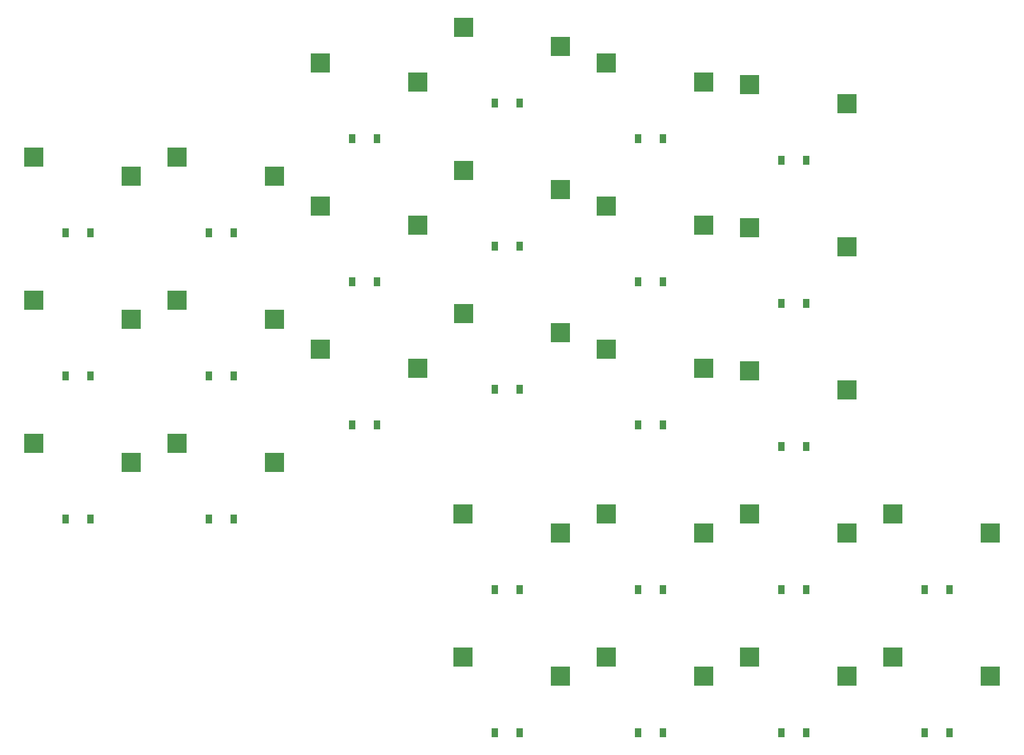
<source format=gbr>
%TF.GenerationSoftware,KiCad,Pcbnew,(6.0.8)*%
%TF.CreationDate,2022-10-22T23:02:27+01:00*%
%TF.ProjectId,board,626f6172-642e-46b6-9963-61645f706362,v1.0.0*%
%TF.SameCoordinates,Original*%
%TF.FileFunction,Paste,Top*%
%TF.FilePolarity,Positive*%
%FSLAX46Y46*%
G04 Gerber Fmt 4.6, Leading zero omitted, Abs format (unit mm)*
G04 Created by KiCad (PCBNEW (6.0.8)) date 2022-10-22 23:02:27*
%MOMM*%
%LPD*%
G01*
G04 APERTURE LIST*
%ADD10R,2.550000X2.500000*%
%ADD11R,0.900000X1.200000*%
G04 APERTURE END LIST*
D10*
%TO.C,S1*%
X26135000Y2540000D03*
X13208000Y5080000D03*
%TD*%
D11*
%TO.C,D1*%
X17400000Y-5000000D03*
X20700000Y-5000000D03*
%TD*%
D10*
%TO.C,S2*%
X26135000Y21590000D03*
X13208000Y24130000D03*
%TD*%
D11*
%TO.C,D2*%
X17400000Y14050000D03*
X20700000Y14050000D03*
%TD*%
D10*
%TO.C,S3*%
X26135000Y40640000D03*
X13208000Y43180000D03*
%TD*%
D11*
%TO.C,D3*%
X17400000Y33100000D03*
X20700000Y33100000D03*
%TD*%
D10*
%TO.C,S4*%
X45185000Y2540000D03*
X32258000Y5080000D03*
%TD*%
D11*
%TO.C,D4*%
X36450000Y-5000000D03*
X39750000Y-5000000D03*
%TD*%
D10*
%TO.C,S5*%
X45185000Y21590000D03*
X32258000Y24130000D03*
%TD*%
D11*
%TO.C,D5*%
X36450000Y14050000D03*
X39750000Y14050000D03*
%TD*%
D10*
%TO.C,S6*%
X45185000Y40640000D03*
X32258000Y43180000D03*
%TD*%
D11*
%TO.C,D6*%
X36450000Y33100000D03*
X39750000Y33100000D03*
%TD*%
D10*
%TO.C,S7*%
X64235000Y15113000D03*
X51308000Y17653000D03*
%TD*%
D11*
%TO.C,D7*%
X55500000Y7573000D03*
X58800000Y7573000D03*
%TD*%
D10*
%TO.C,S8*%
X64235000Y34163000D03*
X51308000Y36703000D03*
%TD*%
D11*
%TO.C,D8*%
X55500000Y26623000D03*
X58800000Y26623000D03*
%TD*%
D10*
%TO.C,S9*%
X64235000Y53213000D03*
X51308000Y55753000D03*
%TD*%
D11*
%TO.C,D9*%
X55500000Y45673000D03*
X58800000Y45673000D03*
%TD*%
D10*
%TO.C,S10*%
X83235000Y19875500D03*
X70308000Y22415500D03*
%TD*%
D11*
%TO.C,D10*%
X74500000Y12335500D03*
X77800000Y12335500D03*
%TD*%
D10*
%TO.C,S11*%
X83235000Y38925500D03*
X70308000Y41465500D03*
%TD*%
D11*
%TO.C,D11*%
X74500000Y31385500D03*
X77800000Y31385500D03*
%TD*%
D10*
%TO.C,S12*%
X83235000Y57975500D03*
X70308000Y60515500D03*
%TD*%
D11*
%TO.C,D12*%
X74500000Y50435500D03*
X77800000Y50435500D03*
%TD*%
D10*
%TO.C,S13*%
X102235000Y15113000D03*
X89308000Y17653000D03*
%TD*%
D11*
%TO.C,D13*%
X93500000Y7573000D03*
X96800000Y7573000D03*
%TD*%
D10*
%TO.C,S14*%
X102235000Y34163000D03*
X89308000Y36703000D03*
%TD*%
D11*
%TO.C,D14*%
X93500000Y26623000D03*
X96800000Y26623000D03*
%TD*%
D10*
%TO.C,S15*%
X102235000Y53213000D03*
X89308000Y55753000D03*
%TD*%
D11*
%TO.C,D15*%
X93500000Y45673000D03*
X96800000Y45673000D03*
%TD*%
D10*
%TO.C,S16*%
X121285000Y12255500D03*
X108358000Y14795500D03*
%TD*%
D11*
%TO.C,D16*%
X112550000Y4715500D03*
X115850000Y4715500D03*
%TD*%
D10*
%TO.C,S17*%
X121285000Y31305500D03*
X108358000Y33845500D03*
%TD*%
D11*
%TO.C,D17*%
X112550000Y23765500D03*
X115850000Y23765500D03*
%TD*%
D10*
%TO.C,S18*%
X121285000Y50355500D03*
X108358000Y52895500D03*
%TD*%
D11*
%TO.C,D18*%
X112550000Y42815500D03*
X115850000Y42815500D03*
%TD*%
D10*
%TO.C,S19*%
X83185000Y-6794500D03*
X70258000Y-4254500D03*
%TD*%
D11*
%TO.C,D19*%
X74450000Y-14334500D03*
X77750000Y-14334500D03*
%TD*%
D10*
%TO.C,S20*%
X83185000Y-25844500D03*
X70258000Y-23304500D03*
%TD*%
D11*
%TO.C,D20*%
X74450000Y-33384500D03*
X77750000Y-33384500D03*
%TD*%
D10*
%TO.C,S21*%
X102235000Y-6794500D03*
X89308000Y-4254500D03*
%TD*%
D11*
%TO.C,D21*%
X93500000Y-14334500D03*
X96800000Y-14334500D03*
%TD*%
D10*
%TO.C,S22*%
X102235000Y-25844500D03*
X89308000Y-23304500D03*
%TD*%
D11*
%TO.C,D22*%
X93500000Y-33384500D03*
X96800000Y-33384500D03*
%TD*%
D10*
%TO.C,S23*%
X121285000Y-6794500D03*
X108358000Y-4254500D03*
%TD*%
D11*
%TO.C,D23*%
X112550000Y-14334500D03*
X115850000Y-14334500D03*
%TD*%
D10*
%TO.C,S24*%
X121285000Y-25844500D03*
X108358000Y-23304500D03*
%TD*%
D11*
%TO.C,D24*%
X112550000Y-33384500D03*
X115850000Y-33384500D03*
%TD*%
D10*
%TO.C,S25*%
X140335000Y-6794500D03*
X127408000Y-4254500D03*
%TD*%
D11*
%TO.C,D25*%
X131600000Y-14334500D03*
X134900000Y-14334500D03*
%TD*%
D10*
%TO.C,S26*%
X140335000Y-25844500D03*
X127408000Y-23304500D03*
%TD*%
D11*
%TO.C,D26*%
X131600000Y-33384500D03*
X134900000Y-33384500D03*
%TD*%
M02*

</source>
